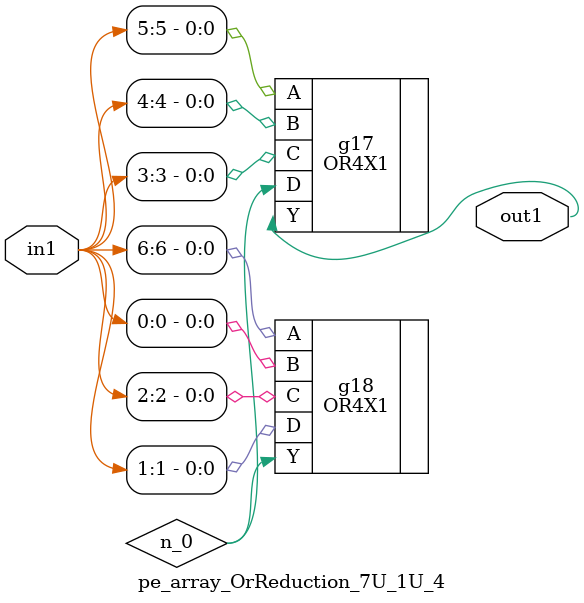
<source format=v>
`timescale 1ps / 1ps


module pe_array_OrReduction_7U_1U_4(in1, out1);
  input [6:0] in1;
  output out1;
  wire [6:0] in1;
  wire out1;
  wire n_0;
  OR4X1 g17(.A (in1[5]), .B (in1[4]), .C (in1[3]), .D (n_0), .Y (out1));
  OR4X1 g18(.A (in1[6]), .B (in1[0]), .C (in1[2]), .D (in1[1]), .Y
       (n_0));
endmodule



</source>
